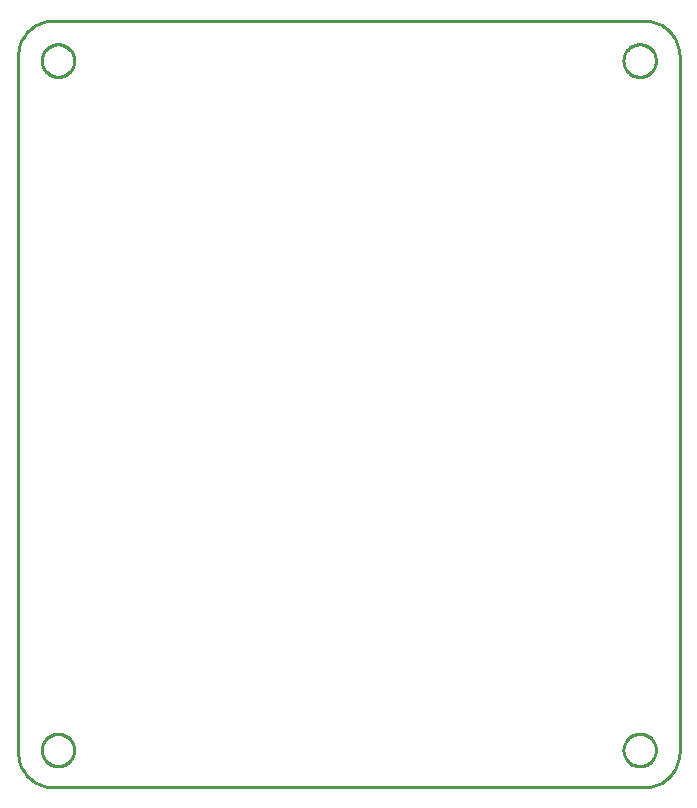
<source format=gbr>
G04 EAGLE Gerber RS-274X export*
G75*
%MOMM*%
%FSLAX34Y34*%
%LPD*%
%IN*%
%IPPOS*%
%AMOC8*
5,1,8,0,0,1.08239X$1,22.5*%
G01*
%ADD10C,0.254000*%


D10*
X0Y231000D02*
X114Y228385D01*
X456Y225791D01*
X1022Y223235D01*
X1809Y220739D01*
X2811Y218321D01*
X4019Y216000D01*
X5425Y213793D01*
X7019Y211716D01*
X8787Y209787D01*
X10716Y208019D01*
X12793Y206425D01*
X15000Y205019D01*
X17321Y203811D01*
X19739Y202809D01*
X22235Y202022D01*
X24791Y201456D01*
X27385Y201114D01*
X30000Y201000D01*
X530000Y201000D01*
X532615Y201114D01*
X535209Y201456D01*
X537765Y202022D01*
X540261Y202809D01*
X542679Y203811D01*
X545000Y205019D01*
X547207Y206425D01*
X549284Y208019D01*
X551213Y209787D01*
X552981Y211716D01*
X554575Y213793D01*
X555981Y216000D01*
X557189Y218321D01*
X558191Y220739D01*
X558978Y223235D01*
X559544Y225791D01*
X559886Y228385D01*
X560000Y231000D01*
X560000Y820000D01*
X559886Y822615D01*
X559544Y825209D01*
X558978Y827765D01*
X558191Y830261D01*
X557189Y832679D01*
X555981Y835000D01*
X554575Y837207D01*
X552981Y839284D01*
X551213Y841213D01*
X549284Y842981D01*
X547207Y844575D01*
X545000Y845981D01*
X542679Y847189D01*
X540261Y848191D01*
X537765Y848978D01*
X535209Y849544D01*
X532615Y849886D01*
X530000Y850000D01*
X30000Y850000D01*
X27385Y849886D01*
X24791Y849544D01*
X22235Y848978D01*
X19739Y848191D01*
X17321Y847189D01*
X15000Y845981D01*
X12793Y844575D01*
X10716Y842981D01*
X8787Y841213D01*
X7019Y839284D01*
X5425Y837207D01*
X4019Y835000D01*
X2811Y832679D01*
X1809Y830261D01*
X1022Y827765D01*
X456Y825209D01*
X114Y822615D01*
X0Y820000D01*
X0Y231000D01*
X540000Y815759D02*
X539930Y814779D01*
X539790Y813807D01*
X539581Y812847D01*
X539305Y811905D01*
X538961Y810985D01*
X538553Y810091D01*
X538083Y809229D01*
X537552Y808403D01*
X536963Y807617D01*
X536320Y806875D01*
X535625Y806180D01*
X534883Y805537D01*
X534097Y804948D01*
X533271Y804417D01*
X532409Y803947D01*
X531515Y803539D01*
X530595Y803195D01*
X529653Y802919D01*
X528693Y802710D01*
X527721Y802570D01*
X526741Y802500D01*
X525759Y802500D01*
X524779Y802570D01*
X523807Y802710D01*
X522847Y802919D01*
X521905Y803195D01*
X520985Y803539D01*
X520091Y803947D01*
X519229Y804417D01*
X518403Y804948D01*
X517617Y805537D01*
X516875Y806180D01*
X516180Y806875D01*
X515537Y807617D01*
X514948Y808403D01*
X514417Y809229D01*
X513947Y810091D01*
X513539Y810985D01*
X513195Y811905D01*
X512919Y812847D01*
X512710Y813807D01*
X512570Y814779D01*
X512500Y815759D01*
X512500Y816741D01*
X512570Y817721D01*
X512710Y818693D01*
X512919Y819653D01*
X513195Y820595D01*
X513539Y821515D01*
X513947Y822409D01*
X514417Y823271D01*
X514948Y824097D01*
X515537Y824883D01*
X516180Y825625D01*
X516875Y826320D01*
X517617Y826963D01*
X518403Y827552D01*
X519229Y828083D01*
X520091Y828553D01*
X520985Y828961D01*
X521905Y829305D01*
X522847Y829581D01*
X523807Y829790D01*
X524779Y829930D01*
X525759Y830000D01*
X526741Y830000D01*
X527721Y829930D01*
X528693Y829790D01*
X529653Y829581D01*
X530595Y829305D01*
X531515Y828961D01*
X532409Y828553D01*
X533271Y828083D01*
X534097Y827552D01*
X534883Y826963D01*
X535625Y826320D01*
X536320Y825625D01*
X536963Y824883D01*
X537552Y824097D01*
X538083Y823271D01*
X538553Y822409D01*
X538961Y821515D01*
X539305Y820595D01*
X539581Y819653D01*
X539790Y818693D01*
X539930Y817721D01*
X540000Y816741D01*
X540000Y815759D01*
X47500Y815759D02*
X47430Y814779D01*
X47290Y813807D01*
X47081Y812847D01*
X46805Y811905D01*
X46461Y810985D01*
X46053Y810091D01*
X45583Y809229D01*
X45052Y808403D01*
X44463Y807617D01*
X43820Y806875D01*
X43125Y806180D01*
X42383Y805537D01*
X41597Y804948D01*
X40771Y804417D01*
X39909Y803947D01*
X39015Y803539D01*
X38095Y803195D01*
X37153Y802919D01*
X36193Y802710D01*
X35221Y802570D01*
X34241Y802500D01*
X33259Y802500D01*
X32279Y802570D01*
X31307Y802710D01*
X30347Y802919D01*
X29405Y803195D01*
X28485Y803539D01*
X27591Y803947D01*
X26729Y804417D01*
X25903Y804948D01*
X25117Y805537D01*
X24375Y806180D01*
X23680Y806875D01*
X23037Y807617D01*
X22448Y808403D01*
X21917Y809229D01*
X21447Y810091D01*
X21039Y810985D01*
X20695Y811905D01*
X20419Y812847D01*
X20210Y813807D01*
X20070Y814779D01*
X20000Y815759D01*
X20000Y816741D01*
X20070Y817721D01*
X20210Y818693D01*
X20419Y819653D01*
X20695Y820595D01*
X21039Y821515D01*
X21447Y822409D01*
X21917Y823271D01*
X22448Y824097D01*
X23037Y824883D01*
X23680Y825625D01*
X24375Y826320D01*
X25117Y826963D01*
X25903Y827552D01*
X26729Y828083D01*
X27591Y828553D01*
X28485Y828961D01*
X29405Y829305D01*
X30347Y829581D01*
X31307Y829790D01*
X32279Y829930D01*
X33259Y830000D01*
X34241Y830000D01*
X35221Y829930D01*
X36193Y829790D01*
X37153Y829581D01*
X38095Y829305D01*
X39015Y828961D01*
X39909Y828553D01*
X40771Y828083D01*
X41597Y827552D01*
X42383Y826963D01*
X43125Y826320D01*
X43820Y825625D01*
X44463Y824883D01*
X45052Y824097D01*
X45583Y823271D01*
X46053Y822409D01*
X46461Y821515D01*
X46805Y820595D01*
X47081Y819653D01*
X47290Y818693D01*
X47430Y817721D01*
X47500Y816741D01*
X47500Y815759D01*
X47500Y232009D02*
X47430Y231029D01*
X47290Y230057D01*
X47081Y229097D01*
X46805Y228155D01*
X46461Y227235D01*
X46053Y226341D01*
X45583Y225479D01*
X45052Y224653D01*
X44463Y223867D01*
X43820Y223125D01*
X43125Y222430D01*
X42383Y221787D01*
X41597Y221198D01*
X40771Y220667D01*
X39909Y220197D01*
X39015Y219789D01*
X38095Y219445D01*
X37153Y219169D01*
X36193Y218960D01*
X35221Y218820D01*
X34241Y218750D01*
X33259Y218750D01*
X32279Y218820D01*
X31307Y218960D01*
X30347Y219169D01*
X29405Y219445D01*
X28485Y219789D01*
X27591Y220197D01*
X26729Y220667D01*
X25903Y221198D01*
X25117Y221787D01*
X24375Y222430D01*
X23680Y223125D01*
X23037Y223867D01*
X22448Y224653D01*
X21917Y225479D01*
X21447Y226341D01*
X21039Y227235D01*
X20695Y228155D01*
X20419Y229097D01*
X20210Y230057D01*
X20070Y231029D01*
X20000Y232009D01*
X20000Y232991D01*
X20070Y233971D01*
X20210Y234943D01*
X20419Y235903D01*
X20695Y236845D01*
X21039Y237765D01*
X21447Y238659D01*
X21917Y239521D01*
X22448Y240347D01*
X23037Y241133D01*
X23680Y241875D01*
X24375Y242570D01*
X25117Y243213D01*
X25903Y243802D01*
X26729Y244333D01*
X27591Y244803D01*
X28485Y245211D01*
X29405Y245555D01*
X30347Y245831D01*
X31307Y246040D01*
X32279Y246180D01*
X33259Y246250D01*
X34241Y246250D01*
X35221Y246180D01*
X36193Y246040D01*
X37153Y245831D01*
X38095Y245555D01*
X39015Y245211D01*
X39909Y244803D01*
X40771Y244333D01*
X41597Y243802D01*
X42383Y243213D01*
X43125Y242570D01*
X43820Y241875D01*
X44463Y241133D01*
X45052Y240347D01*
X45583Y239521D01*
X46053Y238659D01*
X46461Y237765D01*
X46805Y236845D01*
X47081Y235903D01*
X47290Y234943D01*
X47430Y233971D01*
X47500Y232991D01*
X47500Y232009D01*
X540000Y232009D02*
X539930Y231029D01*
X539790Y230057D01*
X539581Y229097D01*
X539305Y228155D01*
X538961Y227235D01*
X538553Y226341D01*
X538083Y225479D01*
X537552Y224653D01*
X536963Y223867D01*
X536320Y223125D01*
X535625Y222430D01*
X534883Y221787D01*
X534097Y221198D01*
X533271Y220667D01*
X532409Y220197D01*
X531515Y219789D01*
X530595Y219445D01*
X529653Y219169D01*
X528693Y218960D01*
X527721Y218820D01*
X526741Y218750D01*
X525759Y218750D01*
X524779Y218820D01*
X523807Y218960D01*
X522847Y219169D01*
X521905Y219445D01*
X520985Y219789D01*
X520091Y220197D01*
X519229Y220667D01*
X518403Y221198D01*
X517617Y221787D01*
X516875Y222430D01*
X516180Y223125D01*
X515537Y223867D01*
X514948Y224653D01*
X514417Y225479D01*
X513947Y226341D01*
X513539Y227235D01*
X513195Y228155D01*
X512919Y229097D01*
X512710Y230057D01*
X512570Y231029D01*
X512500Y232009D01*
X512500Y232991D01*
X512570Y233971D01*
X512710Y234943D01*
X512919Y235903D01*
X513195Y236845D01*
X513539Y237765D01*
X513947Y238659D01*
X514417Y239521D01*
X514948Y240347D01*
X515537Y241133D01*
X516180Y241875D01*
X516875Y242570D01*
X517617Y243213D01*
X518403Y243802D01*
X519229Y244333D01*
X520091Y244803D01*
X520985Y245211D01*
X521905Y245555D01*
X522847Y245831D01*
X523807Y246040D01*
X524779Y246180D01*
X525759Y246250D01*
X526741Y246250D01*
X527721Y246180D01*
X528693Y246040D01*
X529653Y245831D01*
X530595Y245555D01*
X531515Y245211D01*
X532409Y244803D01*
X533271Y244333D01*
X534097Y243802D01*
X534883Y243213D01*
X535625Y242570D01*
X536320Y241875D01*
X536963Y241133D01*
X537552Y240347D01*
X538083Y239521D01*
X538553Y238659D01*
X538961Y237765D01*
X539305Y236845D01*
X539581Y235903D01*
X539790Y234943D01*
X539930Y233971D01*
X540000Y232991D01*
X540000Y232009D01*
M02*

</source>
